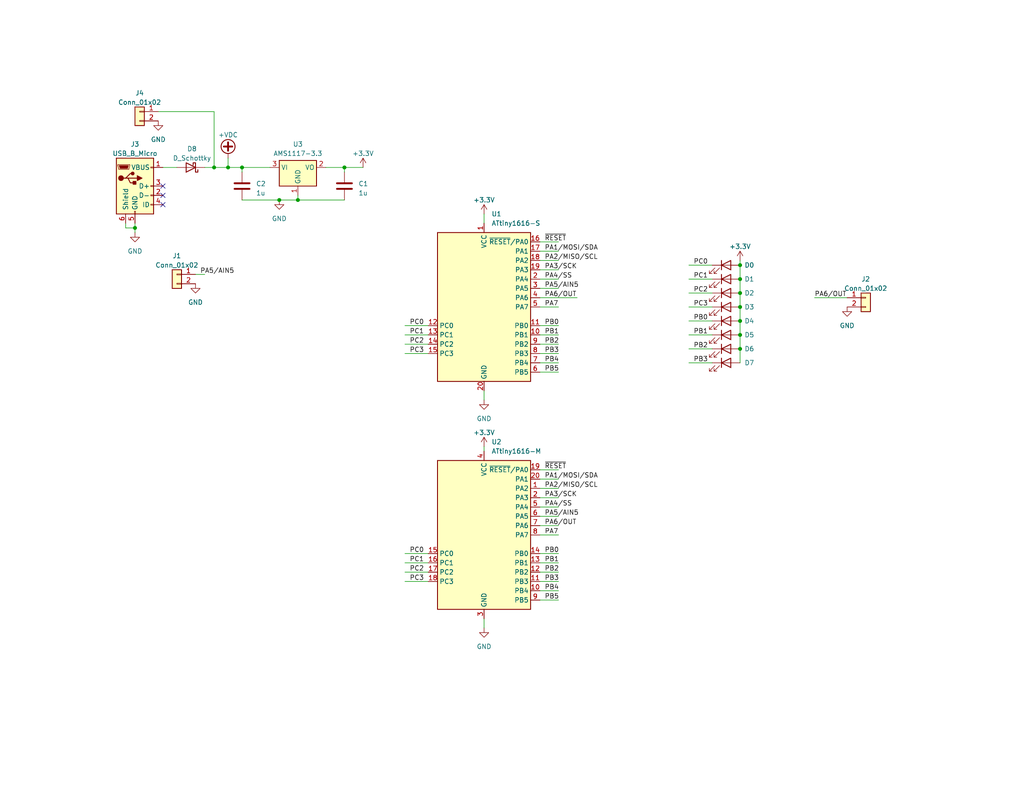
<source format=kicad_sch>
(kicad_sch (version 20230121) (generator eeschema)
  (paper "USLetter")
  (title_block (title "AD-DA blinky") (company "Valpo ECE"))
  (lib_symbols
    (symbol "Connector:USB_B_Micro" (pin_names (offset 1.016))
      (property "Reference" "J" (at -5.08 11.43 0))
      (property "Value" "USB_B_Micro" (at -5.08 8.89 0))
      (symbol "USB_B_Micro_0_1"
        (rectangle (start -5.08 -7.62) (end 5.08 7.62) (stroke (width 0.254)) (fill (type background)))
        (circle (center -3.81 2.159) (radius 0.635) (stroke (width 0.254)) (fill (type outline)))
        (circle (center -0.635 3.429) (radius 0.381) (stroke (width 0.254)) (fill (type outline)))
        (rectangle (start -0.127 -7.62) (end 0.127 -6.858))
        (polyline (pts (xy -1.905 2.159) (xy 0.635 2.159)) (stroke (width 0.254)))
        (polyline (pts (xy -3.175 2.159) (xy -2.54 2.159) (xy -1.27 3.429) (xy -0.635 3.429)) (stroke (width 0.254)))
        (polyline (pts (xy -2.54 2.159) (xy -1.905 2.159) (xy -1.27 0.889) (xy 0 0.889)) (stroke (width 0.254)))
        (polyline (pts (xy 0.635 2.794) (xy 0.635 1.524) (xy 1.905 2.159) (xy 0.635 2.794)) (stroke (width 0.254)) (fill (type outline)))
        (polyline (pts (xy -4.318 5.588) (xy -1.778 5.588) (xy -2.032 4.826) (xy -4.064 4.826) (xy -4.318 5.588)) (fill (type outline)))
        (polyline (pts (xy -4.699 5.842) (xy -4.699 5.588) (xy -4.445 4.826) (xy -4.445 4.572) (xy -1.651 4.572) (xy -1.651 4.826) (xy -1.397 5.588) (xy -1.397 5.842) (xy -4.699 5.842)))
        (rectangle (start 0.254 1.27) (end -0.508 0.508) (stroke (width 0.254)) (fill (type outline)))
        (rectangle (start 5.08 -5.207) (end 4.318 -4.953))
        (rectangle (start 5.08 -2.667) (end 4.318 -2.413))
        (rectangle (start 5.08 -0.127) (end 4.318 0.127))
        (rectangle (start 5.08 4.953) (end 4.318 5.207))
      )
      (symbol "USB_B_Micro_1_1"
        (pin power_out line (at 7.62 5.08 180) (length 2.54) (name "VBUS") (number "1"))
        (pin bidirectional line (at 7.62 -2.54 180) (length 2.54) (name "D-") (number "2"))
        (pin bidirectional line (at 7.62 0 180) (length 2.54) (name "D+") (number "3"))
        (pin passive line (at 7.62 -5.08 180) (length 2.54) (name "ID") (number "4"))
        (pin power_out line (at 0 -10.16 90) (length 2.54) (name "GND") (number "5"))
        (pin passive line (at -2.54 -10.16 90) (length 2.54) (name "Shield") (number "6"))
      )
    )
    (symbol "Connector_Generic:Conn_01x02" (pin_names (offset 1.016) hide)
      (property "Reference" "J" (at 0 2.54 0))
      (property "Value" "Conn_01x02" (at 0 -5.08 0))
      (symbol "Conn_01x02_1_1"
        (rectangle (start -1.27 -2.413) (end 0 -2.667) (stroke (width 0.1524)))
        (rectangle (start -1.27 0.127) (end 0 -0.127) (stroke (width 0.1524)))
        (rectangle (start -1.27 1.27) (end 1.27 -3.81) (stroke (width 0.254)) (fill (type background)))
        (pin passive line (at -5.08 0 0) (length 3.81) (name "Pin_1") (number "1"))
        (pin passive line (at -5.08 -2.54 0) (length 3.81) (name "Pin_2") (number "2"))
      )
    )
    (symbol "Device:C" (pin_numbers hide) (pin_names (offset 0.254))
      (property "Reference" "C" (at 0.635 2.54 0))
      (property "Value" "C" (at 0.635 -2.54 0))
      (symbol "C_0_1"
        (polyline (pts (xy -2.032 -0.762) (xy 2.032 -0.762)) (stroke (width 0.508)))
        (polyline (pts (xy -2.032 0.762) (xy 2.032 0.762)) (stroke (width 0.508)))
      )
      (symbol "C_1_1"
        (pin passive line (at 0 3.81 270) (length 2.794) (name "~") (number "1"))
        (pin passive line (at 0 -3.81 90) (length 2.794) (name "~") (number "2"))
      )
    )
    (symbol "Device:D_Schottky" (pin_numbers hide) (pin_names (offset 1.016) hide)
      (property "Reference" "D" (at 0 2.54 0))
      (property "Value" "D_Schottky" (at 0 -2.54 0))
      (symbol "D_Schottky_0_1"
        (polyline (pts (xy 1.27 0) (xy -1.27 0)))
        (polyline (pts (xy 1.27 1.27) (xy 1.27 -1.27) (xy -1.27 0) (xy 1.27 1.27)) (stroke (width 0.254)))
        (polyline (pts (xy -1.905 0.635) (xy -1.905 1.27) (xy -1.27 1.27) (xy -1.27 -1.27) (xy -0.635 -1.27) (xy -0.635 -0.635)) (stroke (width 0.254)))
      )
      (symbol "D_Schottky_1_1"
        (pin passive line (at -3.81 0 0) (length 2.54) (name "K") (number "1"))
        (pin passive line (at 3.81 0 180) (length 2.54) (name "A") (number "2"))
      )
    )
    (symbol "Device:LED" (pin_numbers hide) (pin_names (offset 1.016) hide)
      (property "Reference" "D" (at 0 2.54 0))
      (property "Value" "LED" (at 0 -2.54 0))
      (symbol "LED_0_1"
        (polyline (pts (xy -1.27 -1.27) (xy -1.27 1.27)) (stroke (width 0.254)))
        (polyline (pts (xy -1.27 0) (xy 1.27 0)))
        (polyline (pts (xy 1.27 -1.27) (xy 1.27 1.27) (xy -1.27 0) (xy 1.27 -1.27)) (stroke (width 0.254)))
        (polyline (pts (xy -3.048 -0.762) (xy -4.572 -2.286) (xy -3.81 -2.286) (xy -4.572 -2.286) (xy -4.572 -1.524)))
        (polyline (pts (xy -1.778 -0.762) (xy -3.302 -2.286) (xy -2.54 -2.286) (xy -3.302 -2.286) (xy -3.302 -1.524)))
      )
      (symbol "LED_1_1"
        (pin passive line (at -3.81 0 0) (length 2.54) (name "K") (number "1"))
        (pin passive line (at 3.81 0 180) (length 2.54) (name "A") (number "2"))
      )
    )
    (symbol "MCU_Microchip_ATtiny:ATtiny1616-M"
      (property "Reference" "U" (at -12.7 21.59 0))
      (property "Value" "ATtiny1616-M" (at 2.54 -21.59 0))
      (symbol "ATtiny1616-M_0_1"
        (rectangle (start -12.7 -20.32) (end 12.7 20.32) (stroke (width 0.254)) (fill (type background)))
      )
      (symbol "ATtiny1616-M_1_1"
        (pin bidirectional line (at 15.24 12.7 180) (length 2.54) (name "PA2") (number "1"))
        (pin bidirectional line (at 15.24 -15.24 180) (length 2.54) (name "PB4") (number "10"))
        (pin bidirectional line (at 15.24 -12.7 180) (length 2.54) (name "PB3") (number "11"))
        (pin bidirectional line (at 15.24 -10.16 180) (length 2.54) (name "PB2") (number "12"))
        (pin bidirectional line (at 15.24 -7.62 180) (length 2.54) (name "PB1") (number "13"))
        (pin bidirectional line (at 15.24 -5.08 180) (length 2.54) (name "PB0") (number "14"))
        (pin bidirectional line (at -15.24 -5.08 0) (length 2.54) (name "PC0") (number "15"))
        (pin bidirectional line (at -15.24 -7.62 0) (length 2.54) (name "PC1") (number "16"))
        (pin bidirectional line (at -15.24 -10.16 0) (length 2.54) (name "PC2") (number "17"))
        (pin bidirectional line (at -15.24 -12.7 0) (length 2.54) (name "PC3") (number "18"))
        (pin bidirectional line (at 15.24 17.78 180) (length 2.54) (name "~{RESET}/PA0") (number "19"))
        (pin bidirectional line (at 15.24 10.16 180) (length 2.54) (name "PA3") (number "2"))
        (pin bidirectional line (at 15.24 15.24 180) (length 2.54) (name "PA1") (number "20"))
        (pin passive line (at 0 -22.86 90) (length 2.54) hide (name "GND") (number "21"))
        (pin power_in line (at 0 -22.86 90) (length 2.54) (name "GND") (number "3"))
        (pin power_in line (at 0 22.86 270) (length 2.54) (name "VCC") (number "4"))
        (pin bidirectional line (at 15.24 7.62 180) (length 2.54) (name "PA4") (number "5"))
        (pin bidirectional line (at 15.24 5.08 180) (length 2.54) (name "PA5") (number "6"))
        (pin bidirectional line (at 15.24 2.54 180) (length 2.54) (name "PA6") (number "7"))
        (pin bidirectional line (at 15.24 0 180) (length 2.54) (name "PA7") (number "8"))
        (pin bidirectional line (at 15.24 -17.78 180) (length 2.54) (name "PB5") (number "9"))
      )
    )
    (symbol "MCU_Microchip_ATtiny:ATtiny1616-S"
      (property "Reference" "U" (at -12.7 21.59 0))
      (property "Value" "ATtiny1616-S" (at 2.54 -21.59 0))
      (symbol "ATtiny1616-S_0_1"
        (rectangle (start -12.7 -20.32) (end 12.7 20.32) (stroke (width 0.254)) (fill (type background)))
      )
      (symbol "ATtiny1616-S_1_1"
        (pin power_in line (at 0 22.86 270) (length 2.54) (name "VCC") (number "1"))
        (pin bidirectional line (at 15.24 -7.62 180) (length 2.54) (name "PB1") (number "10"))
        (pin bidirectional line (at 15.24 -5.08 180) (length 2.54) (name "PB0") (number "11"))
        (pin bidirectional line (at -15.24 -5.08 0) (length 2.54) (name "PC0") (number "12"))
        (pin bidirectional line (at -15.24 -7.62 0) (length 2.54) (name "PC1") (number "13"))
        (pin bidirectional line (at -15.24 -10.16 0) (length 2.54) (name "PC2") (number "14"))
        (pin bidirectional line (at -15.24 -12.7 0) (length 2.54) (name "PC3") (number "15"))
        (pin bidirectional line (at 15.24 17.78 180) (length 2.54) (name "~{RESET}/PA0") (number "16"))
        (pin bidirectional line (at 15.24 15.24 180) (length 2.54) (name "PA1") (number "17"))
        (pin bidirectional line (at 15.24 12.7 180) (length 2.54) (name "PA2") (number "18"))
        (pin bidirectional line (at 15.24 10.16 180) (length 2.54) (name "PA3") (number "19"))
        (pin bidirectional line (at 15.24 7.62 180) (length 2.54) (name "PA4") (number "2"))
        (pin power_in line (at 0 -22.86 90) (length 2.54) (name "GND") (number "20"))
        (pin bidirectional line (at 15.24 5.08 180) (length 2.54) (name "PA5") (number "3"))
        (pin bidirectional line (at 15.24 2.54 180) (length 2.54) (name "PA6") (number "4"))
        (pin bidirectional line (at 15.24 0 180) (length 2.54) (name "PA7") (number "5"))
        (pin bidirectional line (at 15.24 -17.78 180) (length 2.54) (name "PB5") (number "6"))
        (pin bidirectional line (at 15.24 -15.24 180) (length 2.54) (name "PB4") (number "7"))
        (pin bidirectional line (at 15.24 -12.7 180) (length 2.54) (name "PB3") (number "8"))
        (pin bidirectional line (at 15.24 -10.16 180) (length 2.54) (name "PB2") (number "9"))
      )
    )
    (symbol "Regulator_Linear:AMS1117-3.3"
      (property "Reference" "U" (at -3.81 3.175 0))
      (property "Value" "AMS1117-3.3" (at 0 3.175 0))
      (symbol "AMS1117-3.3_0_1"
        (rectangle (start -5.08 -5.08) (end 5.08 1.905) (stroke (width 0.254)) (fill (type background)))
      )
      (symbol "AMS1117-3.3_1_1"
        (pin power_in line (at 0 -7.62 90) (length 2.54) (name "GND") (number "1"))
        (pin power_out line (at 7.62 0 180) (length 2.54) (name "VO") (number "2"))
        (pin power_in line (at -7.62 0 0) (length 2.54) (name "VI") (number "3"))
      )
    )
    (symbol "power:+3.3V" (power) (pin_names (offset 0))
      (property "Value" "+3.3V" (at 0 3.556 0))
      (symbol "+3.3V_0_1"
        (polyline (pts (xy -0.762 1.27) (xy 0 2.54)))
        (polyline (pts (xy 0 0) (xy 0 2.54)))
        (polyline (pts (xy 0 2.54) (xy 0.762 1.27)))
      )
      (symbol "+3.3V_1_1"
        (pin power_in line (at 0 0 90) (length 0) hide (name "+3.3V") (number "1"))
      )
    )
    (symbol "power:+VDC" (power) (pin_names (offset 0))
      (property "Value" "+VDC" (at 0 6.35 0))
      (symbol "+VDC_0_1"
        (polyline (pts (xy -1.143 3.175) (xy 1.143 3.175)) (stroke (width 0.508)))
        (polyline (pts (xy 0 0) (xy 0 1.27)))
        (polyline (pts (xy 0 2.032) (xy 0 4.318)) (stroke (width 0.508)))
        (circle (center 0 3.175) (radius 1.905) (stroke (width 0.254)))
      )
      (symbol "+VDC_1_1"
        (pin power_in line (at 0 0 90) (length 0) hide (name "+VDC") (number "1"))
      )
    )
    (symbol "power:GND" (power) (pin_names (offset 0))
      (property "Value" "GND" (at 0 -3.81 0))
      (symbol "GND_0_1"
        (polyline (pts (xy 0 0) (xy 0 -1.27) (xy 1.27 -1.27) (xy 0 -2.54) (xy -1.27 -1.27) (xy 0 -1.27)))
      )
      (symbol "GND_1_1"
        (pin power_in line (at 0 0 270) (length 0) hide (name "GND") (number "1"))
      )
    )
  )
  (junction (at 201.93 95.25))
  (junction (at 201.93 80.01))
  (junction (at 76.2 54.61))
  (junction (at 201.93 87.63))
  (junction (at 81.28 54.61))
  (junction (at 201.93 72.39))
  (junction (at 201.93 83.82))
  (junction (at 93.98 45.72))
  (junction (at 62.23 45.72))
  (junction (at 66.04 45.72))
  (junction (at 58.42 45.72))
  (junction (at 201.93 91.44))
  (junction (at 36.83 62.23))
  (junction (at 201.93 76.2))
  (no_connect (at 44.45 55.88))
  (no_connect (at 44.45 53.34))
  (no_connect (at 44.45 50.8))
  (wire (pts (xy 147.32 73.66) (xy 152.4 73.66)))
  (wire (pts (xy 93.98 45.72) (xy 93.98 46.99)))
  (wire (pts (xy 147.32 96.52) (xy 152.4 96.52)))
  (wire (pts (xy 147.32 151.13) (xy 152.4 151.13)))
  (wire (pts (xy 66.04 45.72) (xy 73.66 45.72)))
  (wire (pts (xy 132.08 171.45) (xy 132.08 168.91)))
  (wire (pts (xy 147.32 161.29) (xy 152.4 161.29)))
  (wire (pts (xy 110.49 93.98) (xy 116.84 93.98)))
  (wire (pts (xy 110.49 91.44) (xy 116.84 91.44)))
  (wire (pts (xy 55.88 45.72) (xy 58.42 45.72)))
  (wire (pts (xy 201.93 71.12) (xy 201.93 72.39)))
  (wire (pts (xy 147.32 143.51) (xy 152.4 143.51)))
  (wire (pts (xy 147.32 146.05) (xy 152.4 146.05)))
  (wire (pts (xy 55.88 74.93) (xy 53.34 74.93)))
  (wire (pts (xy 147.32 91.44) (xy 152.4 91.44)))
  (wire (pts (xy 201.93 83.82) (xy 201.93 87.63)))
  (wire (pts (xy 187.96 95.25) (xy 194.31 95.25)))
  (wire (pts (xy 110.49 96.52) (xy 116.84 96.52)))
  (wire (pts (xy 147.32 81.28) (xy 157.48 81.28)))
  (wire (pts (xy 187.96 80.01) (xy 194.31 80.01)))
  (wire (pts (xy 187.96 76.2) (xy 194.31 76.2)))
  (wire (pts (xy 201.93 72.39) (xy 201.93 76.2)))
  (wire (pts (xy 187.96 87.63) (xy 194.31 87.63)))
  (wire (pts (xy 58.42 30.48) (xy 58.42 45.72)))
  (wire (pts (xy 66.04 54.61) (xy 76.2 54.61)))
  (wire (pts (xy 147.32 99.06) (xy 152.4 99.06)))
  (wire (pts (xy 76.2 54.61) (xy 81.28 54.61)))
  (wire (pts (xy 187.96 72.39) (xy 194.31 72.39)))
  (wire (pts (xy 147.32 83.82) (xy 152.4 83.82)))
  (wire (pts (xy 147.32 76.2) (xy 152.4 76.2)))
  (wire (pts (xy 147.32 128.27) (xy 152.4 128.27)))
  (wire (pts (xy 110.49 88.9) (xy 116.84 88.9)))
  (wire (pts (xy 110.49 151.13) (xy 116.84 151.13)))
  (wire (pts (xy 222.25 81.28) (xy 231.14 81.28)))
  (wire (pts (xy 147.32 88.9) (xy 152.4 88.9)))
  (wire (pts (xy 66.04 45.72) (xy 66.04 46.99)))
  (wire (pts (xy 36.83 62.23) (xy 36.83 60.96)))
  (wire (pts (xy 81.28 53.34) (xy 81.28 54.61)))
  (wire (pts (xy 34.29 60.96) (xy 34.29 62.23)))
  (wire (pts (xy 187.96 91.44) (xy 194.31 91.44)))
  (wire (pts (xy 147.32 66.04) (xy 152.4 66.04)))
  (wire (pts (xy 132.08 106.68) (xy 132.08 109.22)))
  (wire (pts (xy 147.32 93.98) (xy 152.4 93.98)))
  (wire (pts (xy 147.32 153.67) (xy 152.4 153.67)))
  (wire (pts (xy 201.93 87.63) (xy 201.93 91.44)))
  (wire (pts (xy 43.18 30.48) (xy 58.42 30.48)))
  (wire (pts (xy 132.08 121.92) (xy 132.08 123.19)))
  (wire (pts (xy 58.42 45.72) (xy 62.23 45.72)))
  (wire (pts (xy 147.32 158.75) (xy 152.4 158.75)))
  (wire (pts (xy 147.32 163.83) (xy 152.4 163.83)))
  (wire (pts (xy 201.93 91.44) (xy 201.93 95.25)))
  (wire (pts (xy 110.49 158.75) (xy 116.84 158.75)))
  (wire (pts (xy 44.45 45.72) (xy 48.26 45.72)))
  (wire (pts (xy 201.93 95.25) (xy 201.93 99.06)))
  (wire (pts (xy 93.98 45.72) (xy 99.06 45.72)))
  (wire (pts (xy 147.32 156.21) (xy 152.4 156.21)))
  (wire (pts (xy 147.32 133.35) (xy 152.4 133.35)))
  (wire (pts (xy 147.32 101.6) (xy 152.4 101.6)))
  (wire (pts (xy 132.08 58.42) (xy 132.08 60.96)))
  (wire (pts (xy 34.29 62.23) (xy 36.83 62.23)))
  (wire (pts (xy 147.32 135.89) (xy 152.4 135.89)))
  (wire (pts (xy 62.23 45.72) (xy 66.04 45.72)))
  (wire (pts (xy 187.96 99.06) (xy 194.31 99.06)))
  (wire (pts (xy 147.32 140.97) (xy 152.4 140.97)))
  (wire (pts (xy 147.32 68.58) (xy 152.4 68.58)))
  (wire (pts (xy 81.28 54.61) (xy 93.98 54.61)))
  (wire (pts (xy 88.9 45.72) (xy 93.98 45.72)))
  (wire (pts (xy 36.83 63.5) (xy 36.83 62.23)))
  (wire (pts (xy 147.32 78.74) (xy 152.4 78.74)))
  (wire (pts (xy 147.32 130.81) (xy 152.4 130.81)))
  (wire (pts (xy 110.49 153.67) (xy 116.84 153.67)))
  (wire (pts (xy 201.93 76.2) (xy 201.93 80.01)))
  (wire (pts (xy 62.23 43.18) (xy 62.23 45.72)))
  (wire (pts (xy 110.49 156.21) (xy 116.84 156.21)))
  (wire (pts (xy 147.32 138.43) (xy 152.4 138.43)))
  (wire (pts (xy 201.93 80.01) (xy 201.93 83.82)))
  (wire (pts (xy 147.32 71.12) (xy 152.4 71.12)))
  (wire (pts (xy 187.96 83.82) (xy 194.31 83.82)))
  (label "PB0" (at 148.59 151.13 0))
  (label "PB4" (at 148.59 161.29 0))
  (label "PC0" (at 111.76 151.13 0))
  (label "PB3" (at 189.23 99.06 0))
  (label "PC1" (at 189.23 76.2 0))
  (label "PC3" (at 111.76 158.75 0))
  (label "PA6{slash}OUT" (at 148.59 143.51 0))
  (label "PA7" (at 148.59 146.05 0))
  (label "PA3{slash}SCK" (at 148.59 73.66 0))
  (label "PB3" (at 148.59 96.52 0))
  (label "PC0" (at 189.23 72.39 0))
  (label "PC1" (at 111.76 91.44 0))
  (label "~{RESET}" (at 148.59 128.27 0))
  (label "PA1{slash}MOSI{slash}SDA" (at 148.59 130.81 0))
  (label "PB5" (at 148.59 163.83 0))
  (label "PB1" (at 189.23 91.44 0))
  (label "PA6{slash}OUT" (at 222.25 81.28 0))
  (label "PC2" (at 111.76 156.21 0))
  (label "PB3" (at 148.59 158.75 0))
  (label "PB2" (at 148.59 156.21 0))
  (label "PB5" (at 148.59 101.6 0))
  (label "~{RESET}" (at 148.59 66.04 0))
  (label "PA5{slash}AIN5" (at 148.59 140.97 0))
  (label "PC3" (at 189.23 83.82 0))
  (label "PC2" (at 189.23 80.01 0))
  (label "PA2{slash}MISO{slash}SCL" (at 148.59 133.35 0))
  (label "PB1" (at 148.59 153.67 0))
  (label "PB0" (at 148.59 88.9 0))
  (label "PA4{slash}SS" (at 148.59 138.43 0))
  (label "PC2" (at 111.76 93.98 0))
  (label "PA2{slash}MISO{slash}SCL" (at 148.59 71.12 0))
  (label "PC1" (at 111.76 153.67 0))
  (label "PA7" (at 148.59 83.82 0))
  (label "PB2" (at 148.59 93.98 0))
  (label "PA4{slash}SS" (at 148.59 76.2 0))
  (label "PC3" (at 111.76 96.52 0))
  (label "PA5{slash}AIN5" (at 148.59 78.74 0))
  (label "PA5{slash}AIN5" (at 54.61 74.93 0))
  (label "PA6{slash}OUT" (at 148.59 81.28 0))
  (label "PA1{slash}MOSI{slash}SDA" (at 148.59 68.58 0))
  (label "PB0" (at 189.23 87.63 0))
  (label "PB1" (at 148.59 91.44 0))
  (label "PB2" (at 189.23 95.25 0))
  (label "PB4" (at 148.59 99.06 0))
  (label "PA3{slash}SCK" (at 148.59 135.89 0))
  (label "PC0" (at 111.76 88.9 0))
  (symbol (lib_id "Device:LED") (at 198.12 95.25 0) (unit 1)
    (property "Reference" "D6" (at 204.47 95.25 0))
    (property "Value" "LED" (effects hide))
    (property "Footprint" "Diode_SMD:D_0805_2012Metric" (effects hide))
  )
  (symbol (lib_id "power:+VDC") (at 62.23 43.18 0) (unit 1)
    (property "Reference" "#PWR06" (effects hide))
    (property "Value" "+VDC" (at 62.23 36.83 0))
  )
  (symbol (lib_id "Device:LED") (at 198.12 80.01 0) (unit 1)
    (property "Reference" "D2" (at 204.47 80.01 0))
    (property "Value" "LED" (effects hide))
    (property "Footprint" "Diode_SMD:D_0805_2012Metric" (effects hide))
  )
  (symbol (lib_id "power:GND") (at 132.08 171.45 0) (unit 1)
    (property "Reference" "#PWR05" (effects hide))
    (property "Value" "GND" (at 132.08 176.53 0))
  )
  (symbol (lib_id "power:GND") (at 36.83 63.5 0) (unit 1)
    (property "Reference" "#PWR011" (effects hide))
    (property "Value" "GND" (at 36.83 68.58 0))
  )
  (symbol (lib_id "Device:LED") (at 198.12 91.44 0) (unit 1)
    (property "Reference" "D5" (at 204.47 91.44 0))
    (property "Value" "LED" (effects hide))
    (property "Footprint" "Diode_SMD:D_0805_2012Metric" (effects hide))
  )
  (symbol (lib_id "Connector_Generic:Conn_01x02") (at 236.22 81.28 0) (unit 1)
    (property "Reference" "J2" (at 236.22 76.2 0))
    (property "Value" "Conn_01x02" (at 236.22 78.74 0))
    (property "Footprint" "Connector_Molex:Molex_KK-254_AE-6410-02A_1x02_P2.54mm_Vertical" (effects hide))
  )
  (symbol (lib_id "power:GND") (at 53.34 77.47 0) (unit 1)
    (property "Reference" "#PWR09" (effects hide))
    (property "Value" "GND" (at 53.34 82.55 0))
  )
  (symbol (lib_id "Regulator_Linear:AMS1117-3.3") (at 81.28 45.72 0) (unit 1)
    (property "Reference" "U3" (at 81.28 39.37 0))
    (property "Value" "AMS1117-3.3" (at 81.28 41.91 0))
    (property "Footprint" "Package_TO_SOT_SMD:SOT-223-3_TabPin2" (effects hide))
    (property "Datasheet" "http://www.advanced-monolithic.com/pdf/ds1117.pdf" (effects hide))
  )
  (symbol (lib_id "power:GND") (at 231.14 83.82 0) (unit 1)
    (property "Reference" "#PWR010" (effects hide))
    (property "Value" "GND" (at 231.14 88.9 0))
  )
  (symbol (lib_id "MCU_Microchip_ATtiny:ATtiny1616-S") (at 132.08 83.82 0) (unit 1)
    (property "Reference" "U1" (at 134.0994 58.42 0) (effects (justify left)))
    (property "Value" "ATtiny1616-S" (at 134.0994 60.96 0) (effects (justify left)))
    (property "Footprint" "Package_SO:SOIC-20W_7.5x12.8mm_P1.27mm" (effects hide))
    (property "Datasheet" "http://ww1.microchip.com/downloads/en/DeviceDoc/ATtiny3216_ATtiny1616-data-sheet-40001997B.pdf" (effects hide))
  )
  (symbol (lib_id "Connector_Generic:Conn_01x02") (at 48.26 74.93 0) (mirror y) (unit 1)
    (property "Reference" "J1" (at 48.26 69.85 0))
    (property "Value" "Conn_01x02" (at 48.26 72.39 0))
    (property "Footprint" "Connector_Molex:Molex_KK-254_AE-6410-02A_1x02_P2.54mm_Vertical" (effects hide))
  )
  (symbol (lib_id "power:+3.3V") (at 132.08 58.42 0) (unit 1)
    (property "Reference" "#PWR03" (effects hide))
    (property "Value" "+3.3V" (at 132.08 54.61 0))
  )
  (symbol (lib_id "Connector_Generic:Conn_01x02") (at 38.1 30.48 0) (mirror y) (unit 1)
    (property "Reference" "J4" (at 38.1 25.4 0))
    (property "Value" "Conn_01x02" (at 38.1 27.94 0))
    (property "Footprint" "Connector_Molex:Molex_KK-254_AE-6410-02A_1x02_P2.54mm_Vertical" (effects hide))
  )
  (symbol (lib_id "Device:C") (at 66.04 50.8 0) (unit 1)
    (property "Reference" "C2" (at 69.85 50.165 0) (effects (justify left)))
    (property "Value" "1u" (at 69.85 52.705 0) (effects (justify left)))
    (property "Footprint" "Capacitor_SMD:C_0805_2012Metric" (effects hide))
  )
  (symbol (lib_id "power:GND") (at 132.08 109.22 0) (unit 1)
    (property "Reference" "#PWR02" (effects hide))
    (property "Value" "GND" (at 132.08 114.3 0))
  )
  (symbol (lib_id "Connector:USB_B_Micro") (at 36.83 50.8 0) (unit 1)
    (property "Reference" "J3" (at 36.83 39.37 0))
    (property "Value" "USB_B_Micro" (at 36.83 41.91 0))
    (property "Footprint" "Connector_USB:USB_Micro-AB_Molex_47590-0001" (effects hide))
  )
  (symbol (lib_id "Device:LED") (at 198.12 72.39 0) (unit 1)
    (property "Reference" "D0" (at 204.47 72.39 0))
    (property "Value" "LED" (effects hide))
    (property "Footprint" "Diode_SMD:D_0805_2012Metric" (effects hide))
  )
  (symbol (lib_id "Device:C") (at 93.98 50.8 0) (unit 1)
    (property "Reference" "C1" (at 97.79 50.165 0) (effects (justify left)))
    (property "Value" "1u" (at 97.79 52.705 0) (effects (justify left)))
    (property "Footprint" "Capacitor_SMD:C_0805_2012Metric" (effects hide))
  )
  (symbol (lib_id "Device:LED") (at 198.12 83.82 0) (unit 1)
    (property "Reference" "D3" (at 204.47 83.82 0))
    (property "Value" "LED" (effects hide))
    (property "Footprint" "Diode_SMD:D_0805_2012Metric" (effects hide))
  )
  (symbol (lib_id "MCU_Microchip_ATtiny:ATtiny1616-M") (at 132.08 146.05 0) (unit 1)
    (property "Reference" "U2" (at 134.0994 120.65 0) (effects (justify left)))
    (property "Value" "ATtiny1616-M" (at 134.0994 123.19 0) (effects (justify left)))
    (property "Footprint" "Package_DFN_QFN:VQFN-20-1EP_3x3mm_P0.4mm_EP1.7x1.7mm" (effects hide))
    (property "Datasheet" "http://ww1.microchip.com/downloads/en/DeviceDoc/ATtiny3216_ATtiny1616-data-sheet-40001997B.pdf" (effects hide))
  )
  (symbol (lib_id "power:+3.3V") (at 132.08 121.92 0) (unit 1)
    (property "Reference" "#PWR04" (effects hide))
    (property "Value" "+3.3V" (at 132.08 118.11 0))
  )
  (symbol (lib_id "power:GND") (at 43.18 33.02 0) (unit 1)
    (property "Reference" "#PWR012" (effects hide))
    (property "Value" "GND" (at 43.18 38.1 0))
  )
  (symbol (lib_id "power:+3.3V") (at 99.06 45.72 0) (unit 1)
    (property "Reference" "#PWR07" (effects hide))
    (property "Value" "+3.3V" (at 99.06 41.91 0))
  )
  (symbol (lib_id "power:+3.3V") (at 201.93 71.12 0) (unit 1)
    (property "Reference" "#PWR01" (effects hide))
    (property "Value" "+3.3V" (at 201.93 67.31 0))
  )
  (symbol (lib_id "Device:LED") (at 198.12 99.06 0) (unit 1)
    (property "Reference" "D7" (at 204.47 99.06 0))
    (property "Value" "LED" (effects hide))
    (property "Footprint" "Diode_SMD:D_0805_2012Metric" (effects hide))
  )
  (symbol (lib_id "power:GND") (at 76.2 54.61 0) (unit 1)
    (property "Reference" "#PWR08" (effects hide))
    (property "Value" "GND" (at 76.2 59.69 0))
  )
  (symbol (lib_id "Device:LED") (at 198.12 87.63 0) (unit 1)
    (property "Reference" "D4" (at 204.47 87.63 0))
    (property "Value" "LED" (effects hide))
    (property "Footprint" "Diode_SMD:D_0805_2012Metric" (effects hide))
  )
  (symbol (lib_id "Device:LED") (at 198.12 76.2 0) (unit 1)
    (property "Reference" "D1" (at 204.47 76.2 0))
    (property "Value" "LED" (effects hide))
    (property "Footprint" "Diode_SMD:D_0805_2012Metric" (effects hide))
  )
  (symbol (lib_id "Device:D_Schottky") (at 52.07 45.72 180) (unit 1)
    (property "Reference" "D8" (at 52.3875 40.64 0))
    (property "Value" "D_Schottky" (at 52.3875 43.18 0))
  )
)
</source>
